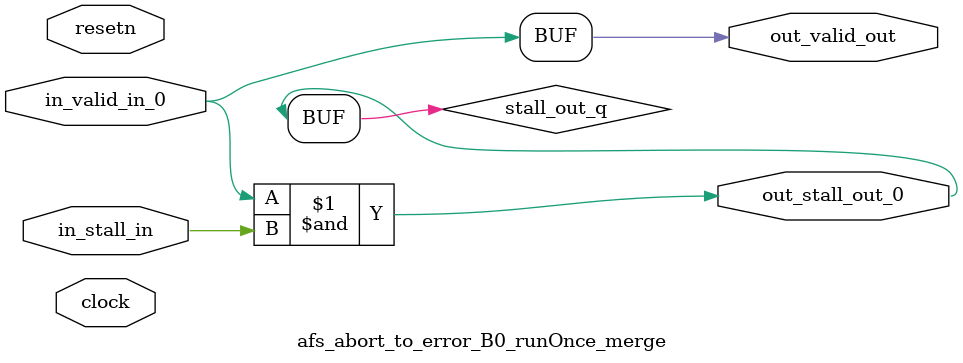
<source format=sv>



(* altera_attribute = "-name AUTO_SHIFT_REGISTER_RECOGNITION OFF; -name MESSAGE_DISABLE 10036; -name MESSAGE_DISABLE 10037; -name MESSAGE_DISABLE 14130; -name MESSAGE_DISABLE 14320; -name MESSAGE_DISABLE 15400; -name MESSAGE_DISABLE 14130; -name MESSAGE_DISABLE 10036; -name MESSAGE_DISABLE 12020; -name MESSAGE_DISABLE 12030; -name MESSAGE_DISABLE 12010; -name MESSAGE_DISABLE 12110; -name MESSAGE_DISABLE 14320; -name MESSAGE_DISABLE 13410; -name MESSAGE_DISABLE 113007; -name MESSAGE_DISABLE 10958" *)
module afs_abort_to_error_B0_runOnce_merge (
    input wire [0:0] in_stall_in,
    input wire [0:0] in_valid_in_0,
    output wire [0:0] out_stall_out_0,
    output wire [0:0] out_valid_out,
    input wire clock,
    input wire resetn
    );

    wire [0:0] stall_out_q;


    // stall_out(LOGICAL,6)
    assign stall_out_q = in_valid_in_0 & in_stall_in;

    // out_stall_out_0(GPOUT,4)
    assign out_stall_out_0 = stall_out_q;

    // out_valid_out(GPOUT,5)
    assign out_valid_out = in_valid_in_0;

endmodule

</source>
